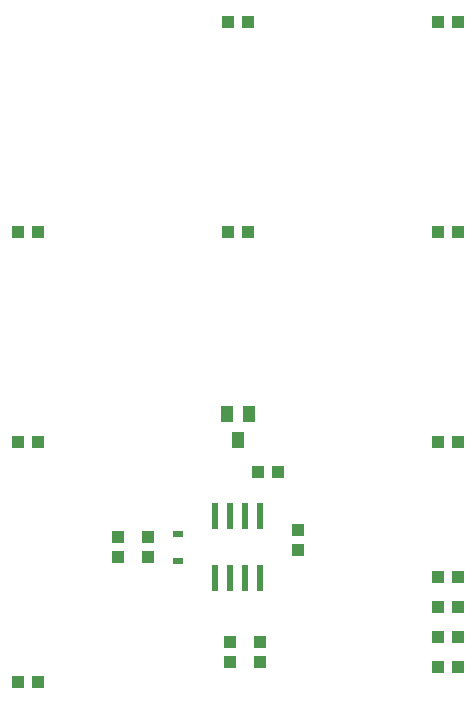
<source format=gbr>
G04 EAGLE Gerber RS-274X export*
G75*
%MOMM*%
%FSLAX34Y34*%
%LPD*%
%INSolderpaste Bottom*%
%IPPOS*%
%AMOC8*
5,1,8,0,0,1.08239X$1,22.5*%
G01*
%ADD10R,1.100000X1.000000*%
%ADD11R,1.000000X1.100000*%
%ADD12R,0.609600X2.209800*%
%ADD13R,1.000000X1.400000*%
%ADD14R,0.830000X0.630000*%


D10*
X326000Y673100D03*
X309000Y673100D03*
D11*
X368300Y226450D03*
X368300Y243450D03*
D10*
X503800Y673100D03*
X486800Y673100D03*
X148200Y495300D03*
X131200Y495300D03*
X326000Y495300D03*
X309000Y495300D03*
X503800Y495300D03*
X486800Y495300D03*
X148200Y317500D03*
X131200Y317500D03*
X351400Y292100D03*
X334400Y292100D03*
X503800Y317500D03*
X486800Y317500D03*
X148200Y114300D03*
X131200Y114300D03*
X486800Y127000D03*
X503800Y127000D03*
X503800Y152400D03*
X486800Y152400D03*
X486800Y177800D03*
X503800Y177800D03*
D11*
X215900Y220100D03*
X215900Y237100D03*
X241300Y237100D03*
X241300Y220100D03*
X336550Y131200D03*
X336550Y148200D03*
D10*
X486800Y203200D03*
X503800Y203200D03*
D11*
X311150Y148200D03*
X311150Y131200D03*
D12*
X298450Y254762D03*
X311150Y254762D03*
X323850Y254762D03*
X336550Y254762D03*
X336550Y202438D03*
X323850Y202438D03*
X311150Y202438D03*
X298450Y202438D03*
D13*
X317500Y319200D03*
X327000Y341200D03*
X308000Y341200D03*
D14*
X266700Y240100D03*
X266700Y217100D03*
M02*

</source>
